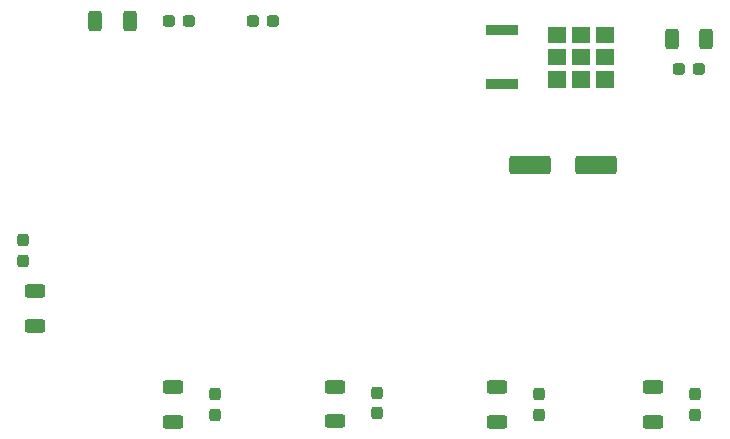
<source format=gbr>
%TF.GenerationSoftware,KiCad,Pcbnew,7.99.0-2684-g11de95778b*%
%TF.CreationDate,2023-11-20T14:54:00-05:00*%
%TF.ProjectId,ADC_MCPV01,4144435f-4d43-4505-9630-312e6b696361,rev?*%
%TF.SameCoordinates,Original*%
%TF.FileFunction,Paste,Top*%
%TF.FilePolarity,Positive*%
%FSLAX46Y46*%
G04 Gerber Fmt 4.6, Leading zero omitted, Abs format (unit mm)*
G04 Created by KiCad (PCBNEW 7.99.0-2684-g11de95778b) date 2023-11-20 14:54:00*
%MOMM*%
%LPD*%
G01*
G04 APERTURE LIST*
G04 Aperture macros list*
%AMRoundRect*
0 Rectangle with rounded corners*
0 $1 Rounding radius*
0 $2 $3 $4 $5 $6 $7 $8 $9 X,Y pos of 4 corners*
0 Add a 4 corners polygon primitive as box body*
4,1,4,$2,$3,$4,$5,$6,$7,$8,$9,$2,$3,0*
0 Add four circle primitives for the rounded corners*
1,1,$1+$1,$2,$3*
1,1,$1+$1,$4,$5*
1,1,$1+$1,$6,$7*
1,1,$1+$1,$8,$9*
0 Add four rect primitives between the rounded corners*
20,1,$1+$1,$2,$3,$4,$5,0*
20,1,$1+$1,$4,$5,$6,$7,0*
20,1,$1+$1,$6,$7,$8,$9,0*
20,1,$1+$1,$8,$9,$2,$3,0*%
G04 Aperture macros list end*
%ADD10C,0.010000*%
%ADD11RoundRect,0.237500X-0.237500X0.287500X-0.237500X-0.287500X0.237500X-0.287500X0.237500X0.287500X0*%
%ADD12RoundRect,0.250000X-0.625000X0.312500X-0.625000X-0.312500X0.625000X-0.312500X0.625000X0.312500X0*%
%ADD13RoundRect,0.237500X0.287500X0.237500X-0.287500X0.237500X-0.287500X-0.237500X0.287500X-0.237500X0*%
%ADD14R,2.830000X0.970000*%
%ADD15RoundRect,0.250000X0.312500X0.625000X-0.312500X0.625000X-0.312500X-0.625000X0.312500X-0.625000X0*%
%ADD16RoundRect,0.250000X-1.500000X-0.550000X1.500000X-0.550000X1.500000X0.550000X-1.500000X0.550000X0*%
%ADD17RoundRect,0.250000X0.625000X-0.312500X0.625000X0.312500X-0.625000X0.312500X-0.625000X-0.312500X0*%
G04 APERTURE END LIST*
D10*
%TO.C,U1*%
X149038000Y-42971000D02*
X147578000Y-42971000D01*
X147578000Y-41661000D01*
X149038000Y-41661000D01*
X149038000Y-42971000D01*
G36*
X149038000Y-42971000D02*
G01*
X147578000Y-42971000D01*
X147578000Y-41661000D01*
X149038000Y-41661000D01*
X149038000Y-42971000D01*
G37*
X149038000Y-44851000D02*
X147578000Y-44851000D01*
X147578000Y-43541000D01*
X149038000Y-43541000D01*
X149038000Y-44851000D01*
G36*
X149038000Y-44851000D02*
G01*
X147578000Y-44851000D01*
X147578000Y-43541000D01*
X149038000Y-43541000D01*
X149038000Y-44851000D01*
G37*
X149038000Y-46731000D02*
X147578000Y-46731000D01*
X147578000Y-45421000D01*
X149038000Y-45421000D01*
X149038000Y-46731000D01*
G36*
X149038000Y-46731000D02*
G01*
X147578000Y-46731000D01*
X147578000Y-45421000D01*
X149038000Y-45421000D01*
X149038000Y-46731000D01*
G37*
X151068000Y-42971000D02*
X149608000Y-42971000D01*
X149608000Y-41661000D01*
X151068000Y-41661000D01*
X151068000Y-42971000D01*
G36*
X151068000Y-42971000D02*
G01*
X149608000Y-42971000D01*
X149608000Y-41661000D01*
X151068000Y-41661000D01*
X151068000Y-42971000D01*
G37*
X151068000Y-44851000D02*
X149608000Y-44851000D01*
X149608000Y-43541000D01*
X151068000Y-43541000D01*
X151068000Y-44851000D01*
G36*
X151068000Y-44851000D02*
G01*
X149608000Y-44851000D01*
X149608000Y-43541000D01*
X151068000Y-43541000D01*
X151068000Y-44851000D01*
G37*
X151068000Y-46731000D02*
X149608000Y-46731000D01*
X149608000Y-45421000D01*
X151068000Y-45421000D01*
X151068000Y-46731000D01*
G36*
X151068000Y-46731000D02*
G01*
X149608000Y-46731000D01*
X149608000Y-45421000D01*
X151068000Y-45421000D01*
X151068000Y-46731000D01*
G37*
X153098000Y-42971000D02*
X151638000Y-42971000D01*
X151638000Y-41661000D01*
X153098000Y-41661000D01*
X153098000Y-42971000D01*
G36*
X153098000Y-42971000D02*
G01*
X151638000Y-42971000D01*
X151638000Y-41661000D01*
X153098000Y-41661000D01*
X153098000Y-42971000D01*
G37*
X153098000Y-44851000D02*
X151638000Y-44851000D01*
X151638000Y-43541000D01*
X153098000Y-43541000D01*
X153098000Y-44851000D01*
G36*
X153098000Y-44851000D02*
G01*
X151638000Y-44851000D01*
X151638000Y-43541000D01*
X153098000Y-43541000D01*
X153098000Y-44851000D01*
G37*
X153098000Y-46731000D02*
X151638000Y-46731000D01*
X151638000Y-45421000D01*
X153098000Y-45421000D01*
X153098000Y-46731000D01*
G36*
X153098000Y-46731000D02*
G01*
X151638000Y-46731000D01*
X151638000Y-45421000D01*
X153098000Y-45421000D01*
X153098000Y-46731000D01*
G37*
%TD*%
D11*
%TO.C,D3*%
X133096000Y-72644000D03*
X133096000Y-74394000D03*
%TD*%
D12*
%TO.C,R7*%
X129540000Y-72136000D03*
X129540000Y-75061000D03*
%TD*%
D11*
%TO.C,D5*%
X160020000Y-72785000D03*
X160020000Y-74535000D03*
%TD*%
D13*
%TO.C,D7*%
X117207000Y-41148000D03*
X115457000Y-41148000D03*
%TD*%
D11*
%TO.C,D8*%
X103124000Y-59718000D03*
X103124000Y-61468000D03*
%TD*%
%TO.C,D2*%
X119380000Y-72785000D03*
X119380000Y-74535000D03*
%TD*%
D14*
%TO.C,U1*%
X143688000Y-41906000D03*
X143688000Y-46486000D03*
%TD*%
D15*
%TO.C,R10*%
X112145000Y-41148000D03*
X109220000Y-41148000D03*
%TD*%
D16*
%TO.C,C3*%
X146044000Y-53340000D03*
X151644000Y-53340000D03*
%TD*%
D13*
%TO.C,D6*%
X124319000Y-41148000D03*
X122569000Y-41148000D03*
%TD*%
D17*
%TO.C,R11*%
X104140000Y-66994500D03*
X104140000Y-64069500D03*
%TD*%
D11*
%TO.C,D4*%
X146812000Y-72785000D03*
X146812000Y-74535000D03*
%TD*%
D15*
%TO.C,R5*%
X158049500Y-42672000D03*
X160974500Y-42672000D03*
%TD*%
D12*
%TO.C,R6*%
X115824000Y-72197500D03*
X115824000Y-75122500D03*
%TD*%
%TO.C,R8*%
X143256000Y-72197500D03*
X143256000Y-75122500D03*
%TD*%
D13*
%TO.C,D1*%
X160387000Y-45212000D03*
X158637000Y-45212000D03*
%TD*%
D12*
%TO.C,R9*%
X156464000Y-72197500D03*
X156464000Y-75122500D03*
%TD*%
M02*

</source>
